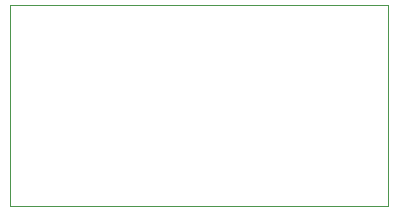
<source format=gbr>
%TF.GenerationSoftware,KiCad,Pcbnew,(5.1.10)-1*%
%TF.CreationDate,2022-02-08T13:03:54-05:00*%
%TF.ProjectId,Strain_Guage_Schematic,53747261-696e-45f4-9775-6167655f5363,rev?*%
%TF.SameCoordinates,Original*%
%TF.FileFunction,Profile,NP*%
%FSLAX46Y46*%
G04 Gerber Fmt 4.6, Leading zero omitted, Abs format (unit mm)*
G04 Created by KiCad (PCBNEW (5.1.10)-1) date 2022-02-08 13:03:54*
%MOMM*%
%LPD*%
G01*
G04 APERTURE LIST*
%TA.AperFunction,Profile*%
%ADD10C,0.050000*%
%TD*%
G04 APERTURE END LIST*
D10*
X100000000Y-40000000D02*
X100000000Y-57000000D01*
X68000000Y-40000000D02*
X100000000Y-40000000D01*
X100000000Y-57000000D02*
X68000000Y-57000000D01*
X68000000Y-57000000D02*
X68000000Y-40000000D01*
M02*

</source>
